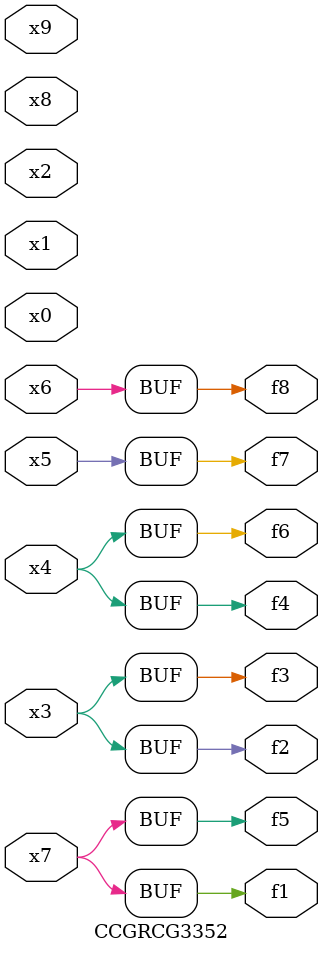
<source format=v>
module CCGRCG3352(
	input x0, x1, x2, x3, x4, x5, x6, x7, x8, x9,
	output f1, f2, f3, f4, f5, f6, f7, f8
);
	assign f1 = x7;
	assign f2 = x3;
	assign f3 = x3;
	assign f4 = x4;
	assign f5 = x7;
	assign f6 = x4;
	assign f7 = x5;
	assign f8 = x6;
endmodule

</source>
